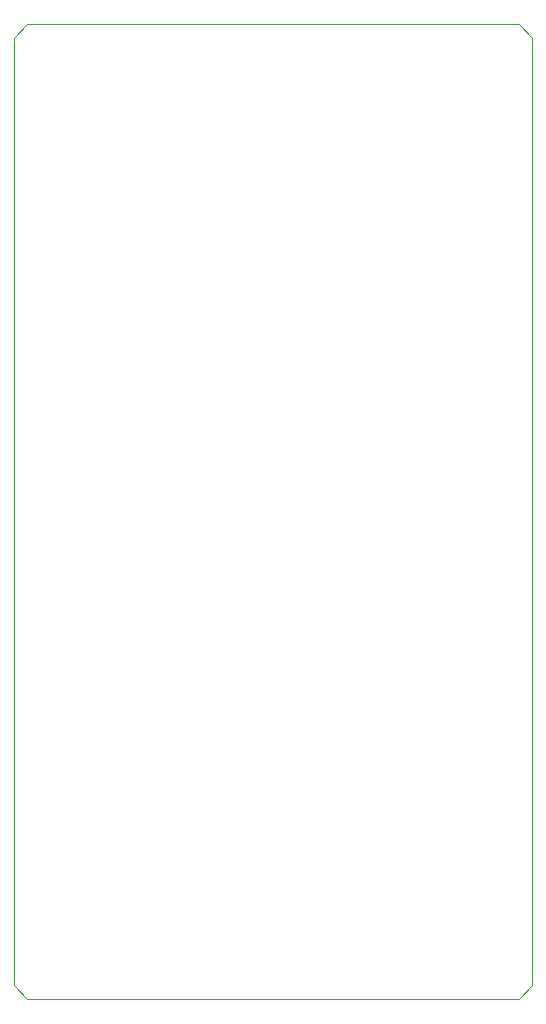
<source format=gm1>
%TF.GenerationSoftware,KiCad,Pcbnew,6.0.0+dfsg1-2*%
%TF.CreationDate,2022-03-14T17:52:30-05:00*%
%TF.ProjectId,remote64-controller,72656d6f-7465-4363-942d-636f6e74726f,rev?*%
%TF.SameCoordinates,Original*%
%TF.FileFunction,Profile,NP*%
%FSLAX46Y46*%
G04 Gerber Fmt 4.6, Leading zero omitted, Abs format (unit mm)*
G04 Created by KiCad (PCBNEW 6.0.0+dfsg1-2) date 2022-03-14 17:52:30*
%MOMM*%
%LPD*%
G01*
G04 APERTURE LIST*
%TA.AperFunction,Profile*%
%ADD10C,0.100000*%
%TD*%
G04 APERTURE END LIST*
D10*
X108458000Y-65024000D02*
X109601000Y-66167000D01*
X66675000Y-147701000D02*
X108458000Y-147701000D01*
X65532000Y-66167000D02*
X65532000Y-146558000D01*
X109601000Y-146558000D02*
X108458000Y-147701000D01*
X66675000Y-65024000D02*
X108458000Y-65024000D01*
X65532000Y-146558000D02*
X66675000Y-147701000D01*
X65532000Y-66167000D02*
X66675000Y-65024000D01*
X109601000Y-146558000D02*
X109601000Y-66167000D01*
M02*

</source>
